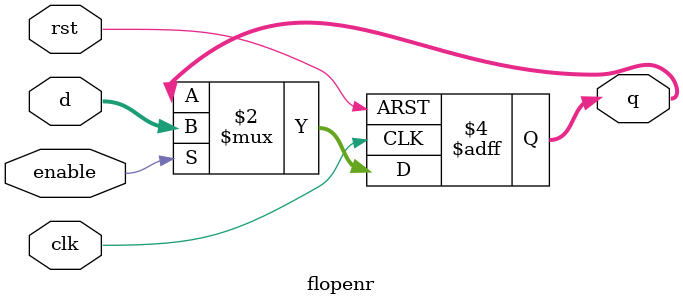
<source format=v>
`timescale 1ns / 1ps


module flopenr
#(
    parameter WIDTH = 32
)
(
    input wire clk,rst,enable,
    input wire[WIDTH-1:0] d,
    output reg[WIDTH-1:0] q
);

    always@(posedge clk,posedge rst) begin
        if(rst) 
            q <= 0;
        else if(enable)
            q <= d;
    end
endmodule

</source>
